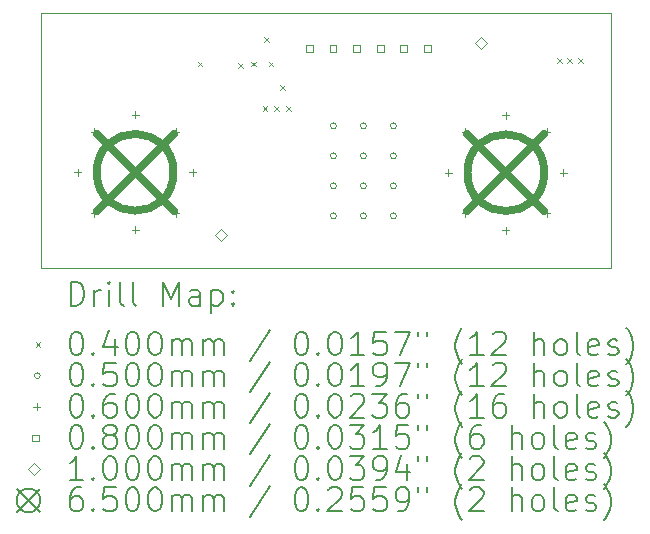
<source format=gbr>
%TF.GenerationSoftware,KiCad,Pcbnew,(6.0.8)*%
%TF.CreationDate,2023-11-01T20:00:20+01:00*%
%TF.ProjectId,BTS50005-1LUA_TestBoard,42545335-3030-4303-952d-314c55415f54,rev?*%
%TF.SameCoordinates,Original*%
%TF.FileFunction,Drillmap*%
%TF.FilePolarity,Positive*%
%FSLAX45Y45*%
G04 Gerber Fmt 4.5, Leading zero omitted, Abs format (unit mm)*
G04 Created by KiCad (PCBNEW (6.0.8)) date 2023-11-01 20:00:20*
%MOMM*%
%LPD*%
G01*
G04 APERTURE LIST*
%ADD10C,0.100000*%
%ADD11C,0.200000*%
%ADD12C,0.040000*%
%ADD13C,0.050000*%
%ADD14C,0.060000*%
%ADD15C,0.080000*%
%ADD16C,0.650000*%
G04 APERTURE END LIST*
D10*
X14478000Y-5080000D02*
X14478000Y-2921000D01*
X9652000Y-5080000D02*
X14478000Y-5080000D01*
X14478000Y-2921000D02*
X9652000Y-2921000D01*
X9652000Y-2921000D02*
X9652000Y-5080000D01*
D11*
D12*
X10980000Y-3330000D02*
X11020000Y-3370000D01*
X11020000Y-3330000D02*
X10980000Y-3370000D01*
X11320230Y-3345230D02*
X11360230Y-3385230D01*
X11360230Y-3345230D02*
X11320230Y-3385230D01*
X11430000Y-3330000D02*
X11470000Y-3370000D01*
X11470000Y-3330000D02*
X11430000Y-3370000D01*
X11530000Y-3705000D02*
X11570000Y-3745000D01*
X11570000Y-3705000D02*
X11530000Y-3745000D01*
X11540000Y-3120000D02*
X11580000Y-3160000D01*
X11580000Y-3120000D02*
X11540000Y-3160000D01*
X11580000Y-3330000D02*
X11620000Y-3370000D01*
X11620000Y-3330000D02*
X11580000Y-3370000D01*
X11630000Y-3705000D02*
X11670000Y-3745000D01*
X11670000Y-3705000D02*
X11630000Y-3745000D01*
X11680000Y-3530000D02*
X11720000Y-3570000D01*
X11720000Y-3530000D02*
X11680000Y-3570000D01*
X11730000Y-3705000D02*
X11770000Y-3745000D01*
X11770000Y-3705000D02*
X11730000Y-3745000D01*
X14020000Y-3300000D02*
X14060000Y-3340000D01*
X14060000Y-3300000D02*
X14020000Y-3340000D01*
X14110000Y-3300000D02*
X14150000Y-3340000D01*
X14150000Y-3300000D02*
X14110000Y-3340000D01*
X14200000Y-3300000D02*
X14240000Y-3340000D01*
X14240000Y-3300000D02*
X14200000Y-3340000D01*
D13*
X12153500Y-3873500D02*
G75*
G03*
X12153500Y-3873500I-25000J0D01*
G01*
X12153500Y-4127500D02*
G75*
G03*
X12153500Y-4127500I-25000J0D01*
G01*
X12153500Y-4381500D02*
G75*
G03*
X12153500Y-4381500I-25000J0D01*
G01*
X12153500Y-4635500D02*
G75*
G03*
X12153500Y-4635500I-25000J0D01*
G01*
X12407500Y-3873500D02*
G75*
G03*
X12407500Y-3873500I-25000J0D01*
G01*
X12407500Y-4127500D02*
G75*
G03*
X12407500Y-4127500I-25000J0D01*
G01*
X12407500Y-4381500D02*
G75*
G03*
X12407500Y-4381500I-25000J0D01*
G01*
X12407500Y-4635500D02*
G75*
G03*
X12407500Y-4635500I-25000J0D01*
G01*
X12661500Y-3873500D02*
G75*
G03*
X12661500Y-3873500I-25000J0D01*
G01*
X12661500Y-4127500D02*
G75*
G03*
X12661500Y-4127500I-25000J0D01*
G01*
X12661500Y-4381500D02*
G75*
G03*
X12661500Y-4381500I-25000J0D01*
G01*
X12661500Y-4635500D02*
G75*
G03*
X12661500Y-4635500I-25000J0D01*
G01*
D14*
X9962500Y-4237000D02*
X9962500Y-4297000D01*
X9932500Y-4267000D02*
X9992500Y-4267000D01*
X10105285Y-3892285D02*
X10105285Y-3952285D01*
X10075285Y-3922285D02*
X10135285Y-3922285D01*
X10105285Y-4581715D02*
X10105285Y-4641715D01*
X10075285Y-4611715D02*
X10135285Y-4611715D01*
X10450000Y-3749500D02*
X10450000Y-3809500D01*
X10420000Y-3779500D02*
X10480000Y-3779500D01*
X10450000Y-4724500D02*
X10450000Y-4784500D01*
X10420000Y-4754500D02*
X10480000Y-4754500D01*
X10794715Y-3892285D02*
X10794715Y-3952285D01*
X10764715Y-3922285D02*
X10824715Y-3922285D01*
X10794715Y-4581715D02*
X10794715Y-4641715D01*
X10764715Y-4611715D02*
X10824715Y-4611715D01*
X10937500Y-4237000D02*
X10937500Y-4297000D01*
X10907500Y-4267000D02*
X10967500Y-4267000D01*
X13101500Y-4240000D02*
X13101500Y-4300000D01*
X13071500Y-4270000D02*
X13131500Y-4270000D01*
X13244285Y-3895285D02*
X13244285Y-3955285D01*
X13214285Y-3925285D02*
X13274285Y-3925285D01*
X13244285Y-4584715D02*
X13244285Y-4644715D01*
X13214285Y-4614715D02*
X13274285Y-4614715D01*
X13589000Y-3752500D02*
X13589000Y-3812500D01*
X13559000Y-3782500D02*
X13619000Y-3782500D01*
X13589000Y-4727500D02*
X13589000Y-4787500D01*
X13559000Y-4757500D02*
X13619000Y-4757500D01*
X13933715Y-3895285D02*
X13933715Y-3955285D01*
X13903715Y-3925285D02*
X13963715Y-3925285D01*
X13933715Y-4584715D02*
X13933715Y-4644715D01*
X13903715Y-4614715D02*
X13963715Y-4614715D01*
X14076500Y-4240000D02*
X14076500Y-4300000D01*
X14046500Y-4270000D02*
X14106500Y-4270000D01*
D15*
X11953284Y-3245784D02*
X11953284Y-3189215D01*
X11896715Y-3189215D01*
X11896715Y-3245784D01*
X11953284Y-3245784D01*
X12153284Y-3245784D02*
X12153284Y-3189215D01*
X12096715Y-3189215D01*
X12096715Y-3245784D01*
X12153284Y-3245784D01*
X12353284Y-3245784D02*
X12353284Y-3189215D01*
X12296715Y-3189215D01*
X12296715Y-3245784D01*
X12353284Y-3245784D01*
X12553284Y-3245784D02*
X12553284Y-3189215D01*
X12496715Y-3189215D01*
X12496715Y-3245784D01*
X12553284Y-3245784D01*
X12753284Y-3245784D02*
X12753284Y-3189215D01*
X12696715Y-3189215D01*
X12696715Y-3245784D01*
X12753284Y-3245784D01*
X12953284Y-3245784D02*
X12953284Y-3189215D01*
X12896715Y-3189215D01*
X12896715Y-3245784D01*
X12953284Y-3245784D01*
D10*
X11175000Y-4850000D02*
X11225000Y-4800000D01*
X11175000Y-4750000D01*
X11125000Y-4800000D01*
X11175000Y-4850000D01*
X13380000Y-3220000D02*
X13430000Y-3170000D01*
X13380000Y-3120000D01*
X13330000Y-3170000D01*
X13380000Y-3220000D01*
D16*
X10125000Y-3942000D02*
X10775000Y-4592000D01*
X10775000Y-3942000D02*
X10125000Y-4592000D01*
X10775000Y-4267000D02*
G75*
G03*
X10775000Y-4267000I-325000J0D01*
G01*
X13264000Y-3945000D02*
X13914000Y-4595000D01*
X13914000Y-3945000D02*
X13264000Y-4595000D01*
X13914000Y-4270000D02*
G75*
G03*
X13914000Y-4270000I-325000J0D01*
G01*
D11*
X9904619Y-5395476D02*
X9904619Y-5195476D01*
X9952238Y-5195476D01*
X9980810Y-5205000D01*
X9999857Y-5224048D01*
X10009381Y-5243095D01*
X10018905Y-5281190D01*
X10018905Y-5309762D01*
X10009381Y-5347857D01*
X9999857Y-5366905D01*
X9980810Y-5385952D01*
X9952238Y-5395476D01*
X9904619Y-5395476D01*
X10104619Y-5395476D02*
X10104619Y-5262143D01*
X10104619Y-5300238D02*
X10114143Y-5281190D01*
X10123667Y-5271667D01*
X10142714Y-5262143D01*
X10161762Y-5262143D01*
X10228429Y-5395476D02*
X10228429Y-5262143D01*
X10228429Y-5195476D02*
X10218905Y-5205000D01*
X10228429Y-5214524D01*
X10237952Y-5205000D01*
X10228429Y-5195476D01*
X10228429Y-5214524D01*
X10352238Y-5395476D02*
X10333190Y-5385952D01*
X10323667Y-5366905D01*
X10323667Y-5195476D01*
X10457000Y-5395476D02*
X10437952Y-5385952D01*
X10428429Y-5366905D01*
X10428429Y-5195476D01*
X10685571Y-5395476D02*
X10685571Y-5195476D01*
X10752238Y-5338333D01*
X10818905Y-5195476D01*
X10818905Y-5395476D01*
X10999857Y-5395476D02*
X10999857Y-5290714D01*
X10990333Y-5271667D01*
X10971286Y-5262143D01*
X10933190Y-5262143D01*
X10914143Y-5271667D01*
X10999857Y-5385952D02*
X10980810Y-5395476D01*
X10933190Y-5395476D01*
X10914143Y-5385952D01*
X10904619Y-5366905D01*
X10904619Y-5347857D01*
X10914143Y-5328810D01*
X10933190Y-5319286D01*
X10980810Y-5319286D01*
X10999857Y-5309762D01*
X11095095Y-5262143D02*
X11095095Y-5462143D01*
X11095095Y-5271667D02*
X11114143Y-5262143D01*
X11152238Y-5262143D01*
X11171286Y-5271667D01*
X11180810Y-5281190D01*
X11190333Y-5300238D01*
X11190333Y-5357381D01*
X11180810Y-5376429D01*
X11171286Y-5385952D01*
X11152238Y-5395476D01*
X11114143Y-5395476D01*
X11095095Y-5385952D01*
X11276048Y-5376429D02*
X11285571Y-5385952D01*
X11276048Y-5395476D01*
X11266524Y-5385952D01*
X11276048Y-5376429D01*
X11276048Y-5395476D01*
X11276048Y-5271667D02*
X11285571Y-5281190D01*
X11276048Y-5290714D01*
X11266524Y-5281190D01*
X11276048Y-5271667D01*
X11276048Y-5290714D01*
D12*
X9607000Y-5705000D02*
X9647000Y-5745000D01*
X9647000Y-5705000D02*
X9607000Y-5745000D01*
D11*
X9942714Y-5615476D02*
X9961762Y-5615476D01*
X9980810Y-5625000D01*
X9990333Y-5634524D01*
X9999857Y-5653571D01*
X10009381Y-5691667D01*
X10009381Y-5739286D01*
X9999857Y-5777381D01*
X9990333Y-5796428D01*
X9980810Y-5805952D01*
X9961762Y-5815476D01*
X9942714Y-5815476D01*
X9923667Y-5805952D01*
X9914143Y-5796428D01*
X9904619Y-5777381D01*
X9895095Y-5739286D01*
X9895095Y-5691667D01*
X9904619Y-5653571D01*
X9914143Y-5634524D01*
X9923667Y-5625000D01*
X9942714Y-5615476D01*
X10095095Y-5796428D02*
X10104619Y-5805952D01*
X10095095Y-5815476D01*
X10085571Y-5805952D01*
X10095095Y-5796428D01*
X10095095Y-5815476D01*
X10276048Y-5682143D02*
X10276048Y-5815476D01*
X10228429Y-5605952D02*
X10180810Y-5748809D01*
X10304619Y-5748809D01*
X10418905Y-5615476D02*
X10437952Y-5615476D01*
X10457000Y-5625000D01*
X10466524Y-5634524D01*
X10476048Y-5653571D01*
X10485571Y-5691667D01*
X10485571Y-5739286D01*
X10476048Y-5777381D01*
X10466524Y-5796428D01*
X10457000Y-5805952D01*
X10437952Y-5815476D01*
X10418905Y-5815476D01*
X10399857Y-5805952D01*
X10390333Y-5796428D01*
X10380810Y-5777381D01*
X10371286Y-5739286D01*
X10371286Y-5691667D01*
X10380810Y-5653571D01*
X10390333Y-5634524D01*
X10399857Y-5625000D01*
X10418905Y-5615476D01*
X10609381Y-5615476D02*
X10628429Y-5615476D01*
X10647476Y-5625000D01*
X10657000Y-5634524D01*
X10666524Y-5653571D01*
X10676048Y-5691667D01*
X10676048Y-5739286D01*
X10666524Y-5777381D01*
X10657000Y-5796428D01*
X10647476Y-5805952D01*
X10628429Y-5815476D01*
X10609381Y-5815476D01*
X10590333Y-5805952D01*
X10580810Y-5796428D01*
X10571286Y-5777381D01*
X10561762Y-5739286D01*
X10561762Y-5691667D01*
X10571286Y-5653571D01*
X10580810Y-5634524D01*
X10590333Y-5625000D01*
X10609381Y-5615476D01*
X10761762Y-5815476D02*
X10761762Y-5682143D01*
X10761762Y-5701190D02*
X10771286Y-5691667D01*
X10790333Y-5682143D01*
X10818905Y-5682143D01*
X10837952Y-5691667D01*
X10847476Y-5710714D01*
X10847476Y-5815476D01*
X10847476Y-5710714D02*
X10857000Y-5691667D01*
X10876048Y-5682143D01*
X10904619Y-5682143D01*
X10923667Y-5691667D01*
X10933190Y-5710714D01*
X10933190Y-5815476D01*
X11028429Y-5815476D02*
X11028429Y-5682143D01*
X11028429Y-5701190D02*
X11037952Y-5691667D01*
X11057000Y-5682143D01*
X11085571Y-5682143D01*
X11104619Y-5691667D01*
X11114143Y-5710714D01*
X11114143Y-5815476D01*
X11114143Y-5710714D02*
X11123667Y-5691667D01*
X11142714Y-5682143D01*
X11171286Y-5682143D01*
X11190333Y-5691667D01*
X11199857Y-5710714D01*
X11199857Y-5815476D01*
X11590333Y-5605952D02*
X11418905Y-5863095D01*
X11847476Y-5615476D02*
X11866524Y-5615476D01*
X11885571Y-5625000D01*
X11895095Y-5634524D01*
X11904619Y-5653571D01*
X11914143Y-5691667D01*
X11914143Y-5739286D01*
X11904619Y-5777381D01*
X11895095Y-5796428D01*
X11885571Y-5805952D01*
X11866524Y-5815476D01*
X11847476Y-5815476D01*
X11828428Y-5805952D01*
X11818905Y-5796428D01*
X11809381Y-5777381D01*
X11799857Y-5739286D01*
X11799857Y-5691667D01*
X11809381Y-5653571D01*
X11818905Y-5634524D01*
X11828428Y-5625000D01*
X11847476Y-5615476D01*
X11999857Y-5796428D02*
X12009381Y-5805952D01*
X11999857Y-5815476D01*
X11990333Y-5805952D01*
X11999857Y-5796428D01*
X11999857Y-5815476D01*
X12133190Y-5615476D02*
X12152238Y-5615476D01*
X12171286Y-5625000D01*
X12180809Y-5634524D01*
X12190333Y-5653571D01*
X12199857Y-5691667D01*
X12199857Y-5739286D01*
X12190333Y-5777381D01*
X12180809Y-5796428D01*
X12171286Y-5805952D01*
X12152238Y-5815476D01*
X12133190Y-5815476D01*
X12114143Y-5805952D01*
X12104619Y-5796428D01*
X12095095Y-5777381D01*
X12085571Y-5739286D01*
X12085571Y-5691667D01*
X12095095Y-5653571D01*
X12104619Y-5634524D01*
X12114143Y-5625000D01*
X12133190Y-5615476D01*
X12390333Y-5815476D02*
X12276048Y-5815476D01*
X12333190Y-5815476D02*
X12333190Y-5615476D01*
X12314143Y-5644048D01*
X12295095Y-5663095D01*
X12276048Y-5672619D01*
X12571286Y-5615476D02*
X12476048Y-5615476D01*
X12466524Y-5710714D01*
X12476048Y-5701190D01*
X12495095Y-5691667D01*
X12542714Y-5691667D01*
X12561762Y-5701190D01*
X12571286Y-5710714D01*
X12580809Y-5729762D01*
X12580809Y-5777381D01*
X12571286Y-5796428D01*
X12561762Y-5805952D01*
X12542714Y-5815476D01*
X12495095Y-5815476D01*
X12476048Y-5805952D01*
X12466524Y-5796428D01*
X12647476Y-5615476D02*
X12780809Y-5615476D01*
X12695095Y-5815476D01*
X12847476Y-5615476D02*
X12847476Y-5653571D01*
X12923667Y-5615476D02*
X12923667Y-5653571D01*
X13218905Y-5891667D02*
X13209381Y-5882143D01*
X13190333Y-5853571D01*
X13180809Y-5834524D01*
X13171286Y-5805952D01*
X13161762Y-5758333D01*
X13161762Y-5720238D01*
X13171286Y-5672619D01*
X13180809Y-5644048D01*
X13190333Y-5625000D01*
X13209381Y-5596428D01*
X13218905Y-5586905D01*
X13399857Y-5815476D02*
X13285571Y-5815476D01*
X13342714Y-5815476D02*
X13342714Y-5615476D01*
X13323667Y-5644048D01*
X13304619Y-5663095D01*
X13285571Y-5672619D01*
X13476048Y-5634524D02*
X13485571Y-5625000D01*
X13504619Y-5615476D01*
X13552238Y-5615476D01*
X13571286Y-5625000D01*
X13580809Y-5634524D01*
X13590333Y-5653571D01*
X13590333Y-5672619D01*
X13580809Y-5701190D01*
X13466524Y-5815476D01*
X13590333Y-5815476D01*
X13828428Y-5815476D02*
X13828428Y-5615476D01*
X13914143Y-5815476D02*
X13914143Y-5710714D01*
X13904619Y-5691667D01*
X13885571Y-5682143D01*
X13857000Y-5682143D01*
X13837952Y-5691667D01*
X13828428Y-5701190D01*
X14037952Y-5815476D02*
X14018905Y-5805952D01*
X14009381Y-5796428D01*
X13999857Y-5777381D01*
X13999857Y-5720238D01*
X14009381Y-5701190D01*
X14018905Y-5691667D01*
X14037952Y-5682143D01*
X14066524Y-5682143D01*
X14085571Y-5691667D01*
X14095095Y-5701190D01*
X14104619Y-5720238D01*
X14104619Y-5777381D01*
X14095095Y-5796428D01*
X14085571Y-5805952D01*
X14066524Y-5815476D01*
X14037952Y-5815476D01*
X14218905Y-5815476D02*
X14199857Y-5805952D01*
X14190333Y-5786905D01*
X14190333Y-5615476D01*
X14371286Y-5805952D02*
X14352238Y-5815476D01*
X14314143Y-5815476D01*
X14295095Y-5805952D01*
X14285571Y-5786905D01*
X14285571Y-5710714D01*
X14295095Y-5691667D01*
X14314143Y-5682143D01*
X14352238Y-5682143D01*
X14371286Y-5691667D01*
X14380809Y-5710714D01*
X14380809Y-5729762D01*
X14285571Y-5748809D01*
X14457000Y-5805952D02*
X14476048Y-5815476D01*
X14514143Y-5815476D01*
X14533190Y-5805952D01*
X14542714Y-5786905D01*
X14542714Y-5777381D01*
X14533190Y-5758333D01*
X14514143Y-5748809D01*
X14485571Y-5748809D01*
X14466524Y-5739286D01*
X14457000Y-5720238D01*
X14457000Y-5710714D01*
X14466524Y-5691667D01*
X14485571Y-5682143D01*
X14514143Y-5682143D01*
X14533190Y-5691667D01*
X14609381Y-5891667D02*
X14618905Y-5882143D01*
X14637952Y-5853571D01*
X14647476Y-5834524D01*
X14657000Y-5805952D01*
X14666524Y-5758333D01*
X14666524Y-5720238D01*
X14657000Y-5672619D01*
X14647476Y-5644048D01*
X14637952Y-5625000D01*
X14618905Y-5596428D01*
X14609381Y-5586905D01*
D13*
X9647000Y-5989000D02*
G75*
G03*
X9647000Y-5989000I-25000J0D01*
G01*
D11*
X9942714Y-5879476D02*
X9961762Y-5879476D01*
X9980810Y-5889000D01*
X9990333Y-5898524D01*
X9999857Y-5917571D01*
X10009381Y-5955667D01*
X10009381Y-6003286D01*
X9999857Y-6041381D01*
X9990333Y-6060428D01*
X9980810Y-6069952D01*
X9961762Y-6079476D01*
X9942714Y-6079476D01*
X9923667Y-6069952D01*
X9914143Y-6060428D01*
X9904619Y-6041381D01*
X9895095Y-6003286D01*
X9895095Y-5955667D01*
X9904619Y-5917571D01*
X9914143Y-5898524D01*
X9923667Y-5889000D01*
X9942714Y-5879476D01*
X10095095Y-6060428D02*
X10104619Y-6069952D01*
X10095095Y-6079476D01*
X10085571Y-6069952D01*
X10095095Y-6060428D01*
X10095095Y-6079476D01*
X10285571Y-5879476D02*
X10190333Y-5879476D01*
X10180810Y-5974714D01*
X10190333Y-5965190D01*
X10209381Y-5955667D01*
X10257000Y-5955667D01*
X10276048Y-5965190D01*
X10285571Y-5974714D01*
X10295095Y-5993762D01*
X10295095Y-6041381D01*
X10285571Y-6060428D01*
X10276048Y-6069952D01*
X10257000Y-6079476D01*
X10209381Y-6079476D01*
X10190333Y-6069952D01*
X10180810Y-6060428D01*
X10418905Y-5879476D02*
X10437952Y-5879476D01*
X10457000Y-5889000D01*
X10466524Y-5898524D01*
X10476048Y-5917571D01*
X10485571Y-5955667D01*
X10485571Y-6003286D01*
X10476048Y-6041381D01*
X10466524Y-6060428D01*
X10457000Y-6069952D01*
X10437952Y-6079476D01*
X10418905Y-6079476D01*
X10399857Y-6069952D01*
X10390333Y-6060428D01*
X10380810Y-6041381D01*
X10371286Y-6003286D01*
X10371286Y-5955667D01*
X10380810Y-5917571D01*
X10390333Y-5898524D01*
X10399857Y-5889000D01*
X10418905Y-5879476D01*
X10609381Y-5879476D02*
X10628429Y-5879476D01*
X10647476Y-5889000D01*
X10657000Y-5898524D01*
X10666524Y-5917571D01*
X10676048Y-5955667D01*
X10676048Y-6003286D01*
X10666524Y-6041381D01*
X10657000Y-6060428D01*
X10647476Y-6069952D01*
X10628429Y-6079476D01*
X10609381Y-6079476D01*
X10590333Y-6069952D01*
X10580810Y-6060428D01*
X10571286Y-6041381D01*
X10561762Y-6003286D01*
X10561762Y-5955667D01*
X10571286Y-5917571D01*
X10580810Y-5898524D01*
X10590333Y-5889000D01*
X10609381Y-5879476D01*
X10761762Y-6079476D02*
X10761762Y-5946143D01*
X10761762Y-5965190D02*
X10771286Y-5955667D01*
X10790333Y-5946143D01*
X10818905Y-5946143D01*
X10837952Y-5955667D01*
X10847476Y-5974714D01*
X10847476Y-6079476D01*
X10847476Y-5974714D02*
X10857000Y-5955667D01*
X10876048Y-5946143D01*
X10904619Y-5946143D01*
X10923667Y-5955667D01*
X10933190Y-5974714D01*
X10933190Y-6079476D01*
X11028429Y-6079476D02*
X11028429Y-5946143D01*
X11028429Y-5965190D02*
X11037952Y-5955667D01*
X11057000Y-5946143D01*
X11085571Y-5946143D01*
X11104619Y-5955667D01*
X11114143Y-5974714D01*
X11114143Y-6079476D01*
X11114143Y-5974714D02*
X11123667Y-5955667D01*
X11142714Y-5946143D01*
X11171286Y-5946143D01*
X11190333Y-5955667D01*
X11199857Y-5974714D01*
X11199857Y-6079476D01*
X11590333Y-5869952D02*
X11418905Y-6127095D01*
X11847476Y-5879476D02*
X11866524Y-5879476D01*
X11885571Y-5889000D01*
X11895095Y-5898524D01*
X11904619Y-5917571D01*
X11914143Y-5955667D01*
X11914143Y-6003286D01*
X11904619Y-6041381D01*
X11895095Y-6060428D01*
X11885571Y-6069952D01*
X11866524Y-6079476D01*
X11847476Y-6079476D01*
X11828428Y-6069952D01*
X11818905Y-6060428D01*
X11809381Y-6041381D01*
X11799857Y-6003286D01*
X11799857Y-5955667D01*
X11809381Y-5917571D01*
X11818905Y-5898524D01*
X11828428Y-5889000D01*
X11847476Y-5879476D01*
X11999857Y-6060428D02*
X12009381Y-6069952D01*
X11999857Y-6079476D01*
X11990333Y-6069952D01*
X11999857Y-6060428D01*
X11999857Y-6079476D01*
X12133190Y-5879476D02*
X12152238Y-5879476D01*
X12171286Y-5889000D01*
X12180809Y-5898524D01*
X12190333Y-5917571D01*
X12199857Y-5955667D01*
X12199857Y-6003286D01*
X12190333Y-6041381D01*
X12180809Y-6060428D01*
X12171286Y-6069952D01*
X12152238Y-6079476D01*
X12133190Y-6079476D01*
X12114143Y-6069952D01*
X12104619Y-6060428D01*
X12095095Y-6041381D01*
X12085571Y-6003286D01*
X12085571Y-5955667D01*
X12095095Y-5917571D01*
X12104619Y-5898524D01*
X12114143Y-5889000D01*
X12133190Y-5879476D01*
X12390333Y-6079476D02*
X12276048Y-6079476D01*
X12333190Y-6079476D02*
X12333190Y-5879476D01*
X12314143Y-5908048D01*
X12295095Y-5927095D01*
X12276048Y-5936619D01*
X12485571Y-6079476D02*
X12523667Y-6079476D01*
X12542714Y-6069952D01*
X12552238Y-6060428D01*
X12571286Y-6031857D01*
X12580809Y-5993762D01*
X12580809Y-5917571D01*
X12571286Y-5898524D01*
X12561762Y-5889000D01*
X12542714Y-5879476D01*
X12504619Y-5879476D01*
X12485571Y-5889000D01*
X12476048Y-5898524D01*
X12466524Y-5917571D01*
X12466524Y-5965190D01*
X12476048Y-5984238D01*
X12485571Y-5993762D01*
X12504619Y-6003286D01*
X12542714Y-6003286D01*
X12561762Y-5993762D01*
X12571286Y-5984238D01*
X12580809Y-5965190D01*
X12647476Y-5879476D02*
X12780809Y-5879476D01*
X12695095Y-6079476D01*
X12847476Y-5879476D02*
X12847476Y-5917571D01*
X12923667Y-5879476D02*
X12923667Y-5917571D01*
X13218905Y-6155667D02*
X13209381Y-6146143D01*
X13190333Y-6117571D01*
X13180809Y-6098524D01*
X13171286Y-6069952D01*
X13161762Y-6022333D01*
X13161762Y-5984238D01*
X13171286Y-5936619D01*
X13180809Y-5908048D01*
X13190333Y-5889000D01*
X13209381Y-5860428D01*
X13218905Y-5850905D01*
X13399857Y-6079476D02*
X13285571Y-6079476D01*
X13342714Y-6079476D02*
X13342714Y-5879476D01*
X13323667Y-5908048D01*
X13304619Y-5927095D01*
X13285571Y-5936619D01*
X13476048Y-5898524D02*
X13485571Y-5889000D01*
X13504619Y-5879476D01*
X13552238Y-5879476D01*
X13571286Y-5889000D01*
X13580809Y-5898524D01*
X13590333Y-5917571D01*
X13590333Y-5936619D01*
X13580809Y-5965190D01*
X13466524Y-6079476D01*
X13590333Y-6079476D01*
X13828428Y-6079476D02*
X13828428Y-5879476D01*
X13914143Y-6079476D02*
X13914143Y-5974714D01*
X13904619Y-5955667D01*
X13885571Y-5946143D01*
X13857000Y-5946143D01*
X13837952Y-5955667D01*
X13828428Y-5965190D01*
X14037952Y-6079476D02*
X14018905Y-6069952D01*
X14009381Y-6060428D01*
X13999857Y-6041381D01*
X13999857Y-5984238D01*
X14009381Y-5965190D01*
X14018905Y-5955667D01*
X14037952Y-5946143D01*
X14066524Y-5946143D01*
X14085571Y-5955667D01*
X14095095Y-5965190D01*
X14104619Y-5984238D01*
X14104619Y-6041381D01*
X14095095Y-6060428D01*
X14085571Y-6069952D01*
X14066524Y-6079476D01*
X14037952Y-6079476D01*
X14218905Y-6079476D02*
X14199857Y-6069952D01*
X14190333Y-6050905D01*
X14190333Y-5879476D01*
X14371286Y-6069952D02*
X14352238Y-6079476D01*
X14314143Y-6079476D01*
X14295095Y-6069952D01*
X14285571Y-6050905D01*
X14285571Y-5974714D01*
X14295095Y-5955667D01*
X14314143Y-5946143D01*
X14352238Y-5946143D01*
X14371286Y-5955667D01*
X14380809Y-5974714D01*
X14380809Y-5993762D01*
X14285571Y-6012809D01*
X14457000Y-6069952D02*
X14476048Y-6079476D01*
X14514143Y-6079476D01*
X14533190Y-6069952D01*
X14542714Y-6050905D01*
X14542714Y-6041381D01*
X14533190Y-6022333D01*
X14514143Y-6012809D01*
X14485571Y-6012809D01*
X14466524Y-6003286D01*
X14457000Y-5984238D01*
X14457000Y-5974714D01*
X14466524Y-5955667D01*
X14485571Y-5946143D01*
X14514143Y-5946143D01*
X14533190Y-5955667D01*
X14609381Y-6155667D02*
X14618905Y-6146143D01*
X14637952Y-6117571D01*
X14647476Y-6098524D01*
X14657000Y-6069952D01*
X14666524Y-6022333D01*
X14666524Y-5984238D01*
X14657000Y-5936619D01*
X14647476Y-5908048D01*
X14637952Y-5889000D01*
X14618905Y-5860428D01*
X14609381Y-5850905D01*
D14*
X9617000Y-6223000D02*
X9617000Y-6283000D01*
X9587000Y-6253000D02*
X9647000Y-6253000D01*
D11*
X9942714Y-6143476D02*
X9961762Y-6143476D01*
X9980810Y-6153000D01*
X9990333Y-6162524D01*
X9999857Y-6181571D01*
X10009381Y-6219667D01*
X10009381Y-6267286D01*
X9999857Y-6305381D01*
X9990333Y-6324428D01*
X9980810Y-6333952D01*
X9961762Y-6343476D01*
X9942714Y-6343476D01*
X9923667Y-6333952D01*
X9914143Y-6324428D01*
X9904619Y-6305381D01*
X9895095Y-6267286D01*
X9895095Y-6219667D01*
X9904619Y-6181571D01*
X9914143Y-6162524D01*
X9923667Y-6153000D01*
X9942714Y-6143476D01*
X10095095Y-6324428D02*
X10104619Y-6333952D01*
X10095095Y-6343476D01*
X10085571Y-6333952D01*
X10095095Y-6324428D01*
X10095095Y-6343476D01*
X10276048Y-6143476D02*
X10237952Y-6143476D01*
X10218905Y-6153000D01*
X10209381Y-6162524D01*
X10190333Y-6191095D01*
X10180810Y-6229190D01*
X10180810Y-6305381D01*
X10190333Y-6324428D01*
X10199857Y-6333952D01*
X10218905Y-6343476D01*
X10257000Y-6343476D01*
X10276048Y-6333952D01*
X10285571Y-6324428D01*
X10295095Y-6305381D01*
X10295095Y-6257762D01*
X10285571Y-6238714D01*
X10276048Y-6229190D01*
X10257000Y-6219667D01*
X10218905Y-6219667D01*
X10199857Y-6229190D01*
X10190333Y-6238714D01*
X10180810Y-6257762D01*
X10418905Y-6143476D02*
X10437952Y-6143476D01*
X10457000Y-6153000D01*
X10466524Y-6162524D01*
X10476048Y-6181571D01*
X10485571Y-6219667D01*
X10485571Y-6267286D01*
X10476048Y-6305381D01*
X10466524Y-6324428D01*
X10457000Y-6333952D01*
X10437952Y-6343476D01*
X10418905Y-6343476D01*
X10399857Y-6333952D01*
X10390333Y-6324428D01*
X10380810Y-6305381D01*
X10371286Y-6267286D01*
X10371286Y-6219667D01*
X10380810Y-6181571D01*
X10390333Y-6162524D01*
X10399857Y-6153000D01*
X10418905Y-6143476D01*
X10609381Y-6143476D02*
X10628429Y-6143476D01*
X10647476Y-6153000D01*
X10657000Y-6162524D01*
X10666524Y-6181571D01*
X10676048Y-6219667D01*
X10676048Y-6267286D01*
X10666524Y-6305381D01*
X10657000Y-6324428D01*
X10647476Y-6333952D01*
X10628429Y-6343476D01*
X10609381Y-6343476D01*
X10590333Y-6333952D01*
X10580810Y-6324428D01*
X10571286Y-6305381D01*
X10561762Y-6267286D01*
X10561762Y-6219667D01*
X10571286Y-6181571D01*
X10580810Y-6162524D01*
X10590333Y-6153000D01*
X10609381Y-6143476D01*
X10761762Y-6343476D02*
X10761762Y-6210143D01*
X10761762Y-6229190D02*
X10771286Y-6219667D01*
X10790333Y-6210143D01*
X10818905Y-6210143D01*
X10837952Y-6219667D01*
X10847476Y-6238714D01*
X10847476Y-6343476D01*
X10847476Y-6238714D02*
X10857000Y-6219667D01*
X10876048Y-6210143D01*
X10904619Y-6210143D01*
X10923667Y-6219667D01*
X10933190Y-6238714D01*
X10933190Y-6343476D01*
X11028429Y-6343476D02*
X11028429Y-6210143D01*
X11028429Y-6229190D02*
X11037952Y-6219667D01*
X11057000Y-6210143D01*
X11085571Y-6210143D01*
X11104619Y-6219667D01*
X11114143Y-6238714D01*
X11114143Y-6343476D01*
X11114143Y-6238714D02*
X11123667Y-6219667D01*
X11142714Y-6210143D01*
X11171286Y-6210143D01*
X11190333Y-6219667D01*
X11199857Y-6238714D01*
X11199857Y-6343476D01*
X11590333Y-6133952D02*
X11418905Y-6391095D01*
X11847476Y-6143476D02*
X11866524Y-6143476D01*
X11885571Y-6153000D01*
X11895095Y-6162524D01*
X11904619Y-6181571D01*
X11914143Y-6219667D01*
X11914143Y-6267286D01*
X11904619Y-6305381D01*
X11895095Y-6324428D01*
X11885571Y-6333952D01*
X11866524Y-6343476D01*
X11847476Y-6343476D01*
X11828428Y-6333952D01*
X11818905Y-6324428D01*
X11809381Y-6305381D01*
X11799857Y-6267286D01*
X11799857Y-6219667D01*
X11809381Y-6181571D01*
X11818905Y-6162524D01*
X11828428Y-6153000D01*
X11847476Y-6143476D01*
X11999857Y-6324428D02*
X12009381Y-6333952D01*
X11999857Y-6343476D01*
X11990333Y-6333952D01*
X11999857Y-6324428D01*
X11999857Y-6343476D01*
X12133190Y-6143476D02*
X12152238Y-6143476D01*
X12171286Y-6153000D01*
X12180809Y-6162524D01*
X12190333Y-6181571D01*
X12199857Y-6219667D01*
X12199857Y-6267286D01*
X12190333Y-6305381D01*
X12180809Y-6324428D01*
X12171286Y-6333952D01*
X12152238Y-6343476D01*
X12133190Y-6343476D01*
X12114143Y-6333952D01*
X12104619Y-6324428D01*
X12095095Y-6305381D01*
X12085571Y-6267286D01*
X12085571Y-6219667D01*
X12095095Y-6181571D01*
X12104619Y-6162524D01*
X12114143Y-6153000D01*
X12133190Y-6143476D01*
X12276048Y-6162524D02*
X12285571Y-6153000D01*
X12304619Y-6143476D01*
X12352238Y-6143476D01*
X12371286Y-6153000D01*
X12380809Y-6162524D01*
X12390333Y-6181571D01*
X12390333Y-6200619D01*
X12380809Y-6229190D01*
X12266524Y-6343476D01*
X12390333Y-6343476D01*
X12457000Y-6143476D02*
X12580809Y-6143476D01*
X12514143Y-6219667D01*
X12542714Y-6219667D01*
X12561762Y-6229190D01*
X12571286Y-6238714D01*
X12580809Y-6257762D01*
X12580809Y-6305381D01*
X12571286Y-6324428D01*
X12561762Y-6333952D01*
X12542714Y-6343476D01*
X12485571Y-6343476D01*
X12466524Y-6333952D01*
X12457000Y-6324428D01*
X12752238Y-6143476D02*
X12714143Y-6143476D01*
X12695095Y-6153000D01*
X12685571Y-6162524D01*
X12666524Y-6191095D01*
X12657000Y-6229190D01*
X12657000Y-6305381D01*
X12666524Y-6324428D01*
X12676048Y-6333952D01*
X12695095Y-6343476D01*
X12733190Y-6343476D01*
X12752238Y-6333952D01*
X12761762Y-6324428D01*
X12771286Y-6305381D01*
X12771286Y-6257762D01*
X12761762Y-6238714D01*
X12752238Y-6229190D01*
X12733190Y-6219667D01*
X12695095Y-6219667D01*
X12676048Y-6229190D01*
X12666524Y-6238714D01*
X12657000Y-6257762D01*
X12847476Y-6143476D02*
X12847476Y-6181571D01*
X12923667Y-6143476D02*
X12923667Y-6181571D01*
X13218905Y-6419667D02*
X13209381Y-6410143D01*
X13190333Y-6381571D01*
X13180809Y-6362524D01*
X13171286Y-6333952D01*
X13161762Y-6286333D01*
X13161762Y-6248238D01*
X13171286Y-6200619D01*
X13180809Y-6172048D01*
X13190333Y-6153000D01*
X13209381Y-6124428D01*
X13218905Y-6114905D01*
X13399857Y-6343476D02*
X13285571Y-6343476D01*
X13342714Y-6343476D02*
X13342714Y-6143476D01*
X13323667Y-6172048D01*
X13304619Y-6191095D01*
X13285571Y-6200619D01*
X13571286Y-6143476D02*
X13533190Y-6143476D01*
X13514143Y-6153000D01*
X13504619Y-6162524D01*
X13485571Y-6191095D01*
X13476048Y-6229190D01*
X13476048Y-6305381D01*
X13485571Y-6324428D01*
X13495095Y-6333952D01*
X13514143Y-6343476D01*
X13552238Y-6343476D01*
X13571286Y-6333952D01*
X13580809Y-6324428D01*
X13590333Y-6305381D01*
X13590333Y-6257762D01*
X13580809Y-6238714D01*
X13571286Y-6229190D01*
X13552238Y-6219667D01*
X13514143Y-6219667D01*
X13495095Y-6229190D01*
X13485571Y-6238714D01*
X13476048Y-6257762D01*
X13828428Y-6343476D02*
X13828428Y-6143476D01*
X13914143Y-6343476D02*
X13914143Y-6238714D01*
X13904619Y-6219667D01*
X13885571Y-6210143D01*
X13857000Y-6210143D01*
X13837952Y-6219667D01*
X13828428Y-6229190D01*
X14037952Y-6343476D02*
X14018905Y-6333952D01*
X14009381Y-6324428D01*
X13999857Y-6305381D01*
X13999857Y-6248238D01*
X14009381Y-6229190D01*
X14018905Y-6219667D01*
X14037952Y-6210143D01*
X14066524Y-6210143D01*
X14085571Y-6219667D01*
X14095095Y-6229190D01*
X14104619Y-6248238D01*
X14104619Y-6305381D01*
X14095095Y-6324428D01*
X14085571Y-6333952D01*
X14066524Y-6343476D01*
X14037952Y-6343476D01*
X14218905Y-6343476D02*
X14199857Y-6333952D01*
X14190333Y-6314905D01*
X14190333Y-6143476D01*
X14371286Y-6333952D02*
X14352238Y-6343476D01*
X14314143Y-6343476D01*
X14295095Y-6333952D01*
X14285571Y-6314905D01*
X14285571Y-6238714D01*
X14295095Y-6219667D01*
X14314143Y-6210143D01*
X14352238Y-6210143D01*
X14371286Y-6219667D01*
X14380809Y-6238714D01*
X14380809Y-6257762D01*
X14285571Y-6276809D01*
X14457000Y-6333952D02*
X14476048Y-6343476D01*
X14514143Y-6343476D01*
X14533190Y-6333952D01*
X14542714Y-6314905D01*
X14542714Y-6305381D01*
X14533190Y-6286333D01*
X14514143Y-6276809D01*
X14485571Y-6276809D01*
X14466524Y-6267286D01*
X14457000Y-6248238D01*
X14457000Y-6238714D01*
X14466524Y-6219667D01*
X14485571Y-6210143D01*
X14514143Y-6210143D01*
X14533190Y-6219667D01*
X14609381Y-6419667D02*
X14618905Y-6410143D01*
X14637952Y-6381571D01*
X14647476Y-6362524D01*
X14657000Y-6333952D01*
X14666524Y-6286333D01*
X14666524Y-6248238D01*
X14657000Y-6200619D01*
X14647476Y-6172048D01*
X14637952Y-6153000D01*
X14618905Y-6124428D01*
X14609381Y-6114905D01*
D15*
X9635285Y-6545284D02*
X9635285Y-6488715D01*
X9578716Y-6488715D01*
X9578716Y-6545284D01*
X9635285Y-6545284D01*
D11*
X9942714Y-6407476D02*
X9961762Y-6407476D01*
X9980810Y-6417000D01*
X9990333Y-6426524D01*
X9999857Y-6445571D01*
X10009381Y-6483667D01*
X10009381Y-6531286D01*
X9999857Y-6569381D01*
X9990333Y-6588428D01*
X9980810Y-6597952D01*
X9961762Y-6607476D01*
X9942714Y-6607476D01*
X9923667Y-6597952D01*
X9914143Y-6588428D01*
X9904619Y-6569381D01*
X9895095Y-6531286D01*
X9895095Y-6483667D01*
X9904619Y-6445571D01*
X9914143Y-6426524D01*
X9923667Y-6417000D01*
X9942714Y-6407476D01*
X10095095Y-6588428D02*
X10104619Y-6597952D01*
X10095095Y-6607476D01*
X10085571Y-6597952D01*
X10095095Y-6588428D01*
X10095095Y-6607476D01*
X10218905Y-6493190D02*
X10199857Y-6483667D01*
X10190333Y-6474143D01*
X10180810Y-6455095D01*
X10180810Y-6445571D01*
X10190333Y-6426524D01*
X10199857Y-6417000D01*
X10218905Y-6407476D01*
X10257000Y-6407476D01*
X10276048Y-6417000D01*
X10285571Y-6426524D01*
X10295095Y-6445571D01*
X10295095Y-6455095D01*
X10285571Y-6474143D01*
X10276048Y-6483667D01*
X10257000Y-6493190D01*
X10218905Y-6493190D01*
X10199857Y-6502714D01*
X10190333Y-6512238D01*
X10180810Y-6531286D01*
X10180810Y-6569381D01*
X10190333Y-6588428D01*
X10199857Y-6597952D01*
X10218905Y-6607476D01*
X10257000Y-6607476D01*
X10276048Y-6597952D01*
X10285571Y-6588428D01*
X10295095Y-6569381D01*
X10295095Y-6531286D01*
X10285571Y-6512238D01*
X10276048Y-6502714D01*
X10257000Y-6493190D01*
X10418905Y-6407476D02*
X10437952Y-6407476D01*
X10457000Y-6417000D01*
X10466524Y-6426524D01*
X10476048Y-6445571D01*
X10485571Y-6483667D01*
X10485571Y-6531286D01*
X10476048Y-6569381D01*
X10466524Y-6588428D01*
X10457000Y-6597952D01*
X10437952Y-6607476D01*
X10418905Y-6607476D01*
X10399857Y-6597952D01*
X10390333Y-6588428D01*
X10380810Y-6569381D01*
X10371286Y-6531286D01*
X10371286Y-6483667D01*
X10380810Y-6445571D01*
X10390333Y-6426524D01*
X10399857Y-6417000D01*
X10418905Y-6407476D01*
X10609381Y-6407476D02*
X10628429Y-6407476D01*
X10647476Y-6417000D01*
X10657000Y-6426524D01*
X10666524Y-6445571D01*
X10676048Y-6483667D01*
X10676048Y-6531286D01*
X10666524Y-6569381D01*
X10657000Y-6588428D01*
X10647476Y-6597952D01*
X10628429Y-6607476D01*
X10609381Y-6607476D01*
X10590333Y-6597952D01*
X10580810Y-6588428D01*
X10571286Y-6569381D01*
X10561762Y-6531286D01*
X10561762Y-6483667D01*
X10571286Y-6445571D01*
X10580810Y-6426524D01*
X10590333Y-6417000D01*
X10609381Y-6407476D01*
X10761762Y-6607476D02*
X10761762Y-6474143D01*
X10761762Y-6493190D02*
X10771286Y-6483667D01*
X10790333Y-6474143D01*
X10818905Y-6474143D01*
X10837952Y-6483667D01*
X10847476Y-6502714D01*
X10847476Y-6607476D01*
X10847476Y-6502714D02*
X10857000Y-6483667D01*
X10876048Y-6474143D01*
X10904619Y-6474143D01*
X10923667Y-6483667D01*
X10933190Y-6502714D01*
X10933190Y-6607476D01*
X11028429Y-6607476D02*
X11028429Y-6474143D01*
X11028429Y-6493190D02*
X11037952Y-6483667D01*
X11057000Y-6474143D01*
X11085571Y-6474143D01*
X11104619Y-6483667D01*
X11114143Y-6502714D01*
X11114143Y-6607476D01*
X11114143Y-6502714D02*
X11123667Y-6483667D01*
X11142714Y-6474143D01*
X11171286Y-6474143D01*
X11190333Y-6483667D01*
X11199857Y-6502714D01*
X11199857Y-6607476D01*
X11590333Y-6397952D02*
X11418905Y-6655095D01*
X11847476Y-6407476D02*
X11866524Y-6407476D01*
X11885571Y-6417000D01*
X11895095Y-6426524D01*
X11904619Y-6445571D01*
X11914143Y-6483667D01*
X11914143Y-6531286D01*
X11904619Y-6569381D01*
X11895095Y-6588428D01*
X11885571Y-6597952D01*
X11866524Y-6607476D01*
X11847476Y-6607476D01*
X11828428Y-6597952D01*
X11818905Y-6588428D01*
X11809381Y-6569381D01*
X11799857Y-6531286D01*
X11799857Y-6483667D01*
X11809381Y-6445571D01*
X11818905Y-6426524D01*
X11828428Y-6417000D01*
X11847476Y-6407476D01*
X11999857Y-6588428D02*
X12009381Y-6597952D01*
X11999857Y-6607476D01*
X11990333Y-6597952D01*
X11999857Y-6588428D01*
X11999857Y-6607476D01*
X12133190Y-6407476D02*
X12152238Y-6407476D01*
X12171286Y-6417000D01*
X12180809Y-6426524D01*
X12190333Y-6445571D01*
X12199857Y-6483667D01*
X12199857Y-6531286D01*
X12190333Y-6569381D01*
X12180809Y-6588428D01*
X12171286Y-6597952D01*
X12152238Y-6607476D01*
X12133190Y-6607476D01*
X12114143Y-6597952D01*
X12104619Y-6588428D01*
X12095095Y-6569381D01*
X12085571Y-6531286D01*
X12085571Y-6483667D01*
X12095095Y-6445571D01*
X12104619Y-6426524D01*
X12114143Y-6417000D01*
X12133190Y-6407476D01*
X12266524Y-6407476D02*
X12390333Y-6407476D01*
X12323667Y-6483667D01*
X12352238Y-6483667D01*
X12371286Y-6493190D01*
X12380809Y-6502714D01*
X12390333Y-6521762D01*
X12390333Y-6569381D01*
X12380809Y-6588428D01*
X12371286Y-6597952D01*
X12352238Y-6607476D01*
X12295095Y-6607476D01*
X12276048Y-6597952D01*
X12266524Y-6588428D01*
X12580809Y-6607476D02*
X12466524Y-6607476D01*
X12523667Y-6607476D02*
X12523667Y-6407476D01*
X12504619Y-6436048D01*
X12485571Y-6455095D01*
X12466524Y-6464619D01*
X12761762Y-6407476D02*
X12666524Y-6407476D01*
X12657000Y-6502714D01*
X12666524Y-6493190D01*
X12685571Y-6483667D01*
X12733190Y-6483667D01*
X12752238Y-6493190D01*
X12761762Y-6502714D01*
X12771286Y-6521762D01*
X12771286Y-6569381D01*
X12761762Y-6588428D01*
X12752238Y-6597952D01*
X12733190Y-6607476D01*
X12685571Y-6607476D01*
X12666524Y-6597952D01*
X12657000Y-6588428D01*
X12847476Y-6407476D02*
X12847476Y-6445571D01*
X12923667Y-6407476D02*
X12923667Y-6445571D01*
X13218905Y-6683667D02*
X13209381Y-6674143D01*
X13190333Y-6645571D01*
X13180809Y-6626524D01*
X13171286Y-6597952D01*
X13161762Y-6550333D01*
X13161762Y-6512238D01*
X13171286Y-6464619D01*
X13180809Y-6436048D01*
X13190333Y-6417000D01*
X13209381Y-6388428D01*
X13218905Y-6378905D01*
X13380809Y-6407476D02*
X13342714Y-6407476D01*
X13323667Y-6417000D01*
X13314143Y-6426524D01*
X13295095Y-6455095D01*
X13285571Y-6493190D01*
X13285571Y-6569381D01*
X13295095Y-6588428D01*
X13304619Y-6597952D01*
X13323667Y-6607476D01*
X13361762Y-6607476D01*
X13380809Y-6597952D01*
X13390333Y-6588428D01*
X13399857Y-6569381D01*
X13399857Y-6521762D01*
X13390333Y-6502714D01*
X13380809Y-6493190D01*
X13361762Y-6483667D01*
X13323667Y-6483667D01*
X13304619Y-6493190D01*
X13295095Y-6502714D01*
X13285571Y-6521762D01*
X13637952Y-6607476D02*
X13637952Y-6407476D01*
X13723667Y-6607476D02*
X13723667Y-6502714D01*
X13714143Y-6483667D01*
X13695095Y-6474143D01*
X13666524Y-6474143D01*
X13647476Y-6483667D01*
X13637952Y-6493190D01*
X13847476Y-6607476D02*
X13828428Y-6597952D01*
X13818905Y-6588428D01*
X13809381Y-6569381D01*
X13809381Y-6512238D01*
X13818905Y-6493190D01*
X13828428Y-6483667D01*
X13847476Y-6474143D01*
X13876048Y-6474143D01*
X13895095Y-6483667D01*
X13904619Y-6493190D01*
X13914143Y-6512238D01*
X13914143Y-6569381D01*
X13904619Y-6588428D01*
X13895095Y-6597952D01*
X13876048Y-6607476D01*
X13847476Y-6607476D01*
X14028428Y-6607476D02*
X14009381Y-6597952D01*
X13999857Y-6578905D01*
X13999857Y-6407476D01*
X14180809Y-6597952D02*
X14161762Y-6607476D01*
X14123667Y-6607476D01*
X14104619Y-6597952D01*
X14095095Y-6578905D01*
X14095095Y-6502714D01*
X14104619Y-6483667D01*
X14123667Y-6474143D01*
X14161762Y-6474143D01*
X14180809Y-6483667D01*
X14190333Y-6502714D01*
X14190333Y-6521762D01*
X14095095Y-6540809D01*
X14266524Y-6597952D02*
X14285571Y-6607476D01*
X14323667Y-6607476D01*
X14342714Y-6597952D01*
X14352238Y-6578905D01*
X14352238Y-6569381D01*
X14342714Y-6550333D01*
X14323667Y-6540809D01*
X14295095Y-6540809D01*
X14276048Y-6531286D01*
X14266524Y-6512238D01*
X14266524Y-6502714D01*
X14276048Y-6483667D01*
X14295095Y-6474143D01*
X14323667Y-6474143D01*
X14342714Y-6483667D01*
X14418905Y-6683667D02*
X14428428Y-6674143D01*
X14447476Y-6645571D01*
X14457000Y-6626524D01*
X14466524Y-6597952D01*
X14476048Y-6550333D01*
X14476048Y-6512238D01*
X14466524Y-6464619D01*
X14457000Y-6436048D01*
X14447476Y-6417000D01*
X14428428Y-6388428D01*
X14418905Y-6378905D01*
D10*
X9597000Y-6831000D02*
X9647000Y-6781000D01*
X9597000Y-6731000D01*
X9547000Y-6781000D01*
X9597000Y-6831000D01*
D11*
X10009381Y-6871476D02*
X9895095Y-6871476D01*
X9952238Y-6871476D02*
X9952238Y-6671476D01*
X9933190Y-6700048D01*
X9914143Y-6719095D01*
X9895095Y-6728619D01*
X10095095Y-6852428D02*
X10104619Y-6861952D01*
X10095095Y-6871476D01*
X10085571Y-6861952D01*
X10095095Y-6852428D01*
X10095095Y-6871476D01*
X10228429Y-6671476D02*
X10247476Y-6671476D01*
X10266524Y-6681000D01*
X10276048Y-6690524D01*
X10285571Y-6709571D01*
X10295095Y-6747667D01*
X10295095Y-6795286D01*
X10285571Y-6833381D01*
X10276048Y-6852428D01*
X10266524Y-6861952D01*
X10247476Y-6871476D01*
X10228429Y-6871476D01*
X10209381Y-6861952D01*
X10199857Y-6852428D01*
X10190333Y-6833381D01*
X10180810Y-6795286D01*
X10180810Y-6747667D01*
X10190333Y-6709571D01*
X10199857Y-6690524D01*
X10209381Y-6681000D01*
X10228429Y-6671476D01*
X10418905Y-6671476D02*
X10437952Y-6671476D01*
X10457000Y-6681000D01*
X10466524Y-6690524D01*
X10476048Y-6709571D01*
X10485571Y-6747667D01*
X10485571Y-6795286D01*
X10476048Y-6833381D01*
X10466524Y-6852428D01*
X10457000Y-6861952D01*
X10437952Y-6871476D01*
X10418905Y-6871476D01*
X10399857Y-6861952D01*
X10390333Y-6852428D01*
X10380810Y-6833381D01*
X10371286Y-6795286D01*
X10371286Y-6747667D01*
X10380810Y-6709571D01*
X10390333Y-6690524D01*
X10399857Y-6681000D01*
X10418905Y-6671476D01*
X10609381Y-6671476D02*
X10628429Y-6671476D01*
X10647476Y-6681000D01*
X10657000Y-6690524D01*
X10666524Y-6709571D01*
X10676048Y-6747667D01*
X10676048Y-6795286D01*
X10666524Y-6833381D01*
X10657000Y-6852428D01*
X10647476Y-6861952D01*
X10628429Y-6871476D01*
X10609381Y-6871476D01*
X10590333Y-6861952D01*
X10580810Y-6852428D01*
X10571286Y-6833381D01*
X10561762Y-6795286D01*
X10561762Y-6747667D01*
X10571286Y-6709571D01*
X10580810Y-6690524D01*
X10590333Y-6681000D01*
X10609381Y-6671476D01*
X10761762Y-6871476D02*
X10761762Y-6738143D01*
X10761762Y-6757190D02*
X10771286Y-6747667D01*
X10790333Y-6738143D01*
X10818905Y-6738143D01*
X10837952Y-6747667D01*
X10847476Y-6766714D01*
X10847476Y-6871476D01*
X10847476Y-6766714D02*
X10857000Y-6747667D01*
X10876048Y-6738143D01*
X10904619Y-6738143D01*
X10923667Y-6747667D01*
X10933190Y-6766714D01*
X10933190Y-6871476D01*
X11028429Y-6871476D02*
X11028429Y-6738143D01*
X11028429Y-6757190D02*
X11037952Y-6747667D01*
X11057000Y-6738143D01*
X11085571Y-6738143D01*
X11104619Y-6747667D01*
X11114143Y-6766714D01*
X11114143Y-6871476D01*
X11114143Y-6766714D02*
X11123667Y-6747667D01*
X11142714Y-6738143D01*
X11171286Y-6738143D01*
X11190333Y-6747667D01*
X11199857Y-6766714D01*
X11199857Y-6871476D01*
X11590333Y-6661952D02*
X11418905Y-6919095D01*
X11847476Y-6671476D02*
X11866524Y-6671476D01*
X11885571Y-6681000D01*
X11895095Y-6690524D01*
X11904619Y-6709571D01*
X11914143Y-6747667D01*
X11914143Y-6795286D01*
X11904619Y-6833381D01*
X11895095Y-6852428D01*
X11885571Y-6861952D01*
X11866524Y-6871476D01*
X11847476Y-6871476D01*
X11828428Y-6861952D01*
X11818905Y-6852428D01*
X11809381Y-6833381D01*
X11799857Y-6795286D01*
X11799857Y-6747667D01*
X11809381Y-6709571D01*
X11818905Y-6690524D01*
X11828428Y-6681000D01*
X11847476Y-6671476D01*
X11999857Y-6852428D02*
X12009381Y-6861952D01*
X11999857Y-6871476D01*
X11990333Y-6861952D01*
X11999857Y-6852428D01*
X11999857Y-6871476D01*
X12133190Y-6671476D02*
X12152238Y-6671476D01*
X12171286Y-6681000D01*
X12180809Y-6690524D01*
X12190333Y-6709571D01*
X12199857Y-6747667D01*
X12199857Y-6795286D01*
X12190333Y-6833381D01*
X12180809Y-6852428D01*
X12171286Y-6861952D01*
X12152238Y-6871476D01*
X12133190Y-6871476D01*
X12114143Y-6861952D01*
X12104619Y-6852428D01*
X12095095Y-6833381D01*
X12085571Y-6795286D01*
X12085571Y-6747667D01*
X12095095Y-6709571D01*
X12104619Y-6690524D01*
X12114143Y-6681000D01*
X12133190Y-6671476D01*
X12266524Y-6671476D02*
X12390333Y-6671476D01*
X12323667Y-6747667D01*
X12352238Y-6747667D01*
X12371286Y-6757190D01*
X12380809Y-6766714D01*
X12390333Y-6785762D01*
X12390333Y-6833381D01*
X12380809Y-6852428D01*
X12371286Y-6861952D01*
X12352238Y-6871476D01*
X12295095Y-6871476D01*
X12276048Y-6861952D01*
X12266524Y-6852428D01*
X12485571Y-6871476D02*
X12523667Y-6871476D01*
X12542714Y-6861952D01*
X12552238Y-6852428D01*
X12571286Y-6823857D01*
X12580809Y-6785762D01*
X12580809Y-6709571D01*
X12571286Y-6690524D01*
X12561762Y-6681000D01*
X12542714Y-6671476D01*
X12504619Y-6671476D01*
X12485571Y-6681000D01*
X12476048Y-6690524D01*
X12466524Y-6709571D01*
X12466524Y-6757190D01*
X12476048Y-6776238D01*
X12485571Y-6785762D01*
X12504619Y-6795286D01*
X12542714Y-6795286D01*
X12561762Y-6785762D01*
X12571286Y-6776238D01*
X12580809Y-6757190D01*
X12752238Y-6738143D02*
X12752238Y-6871476D01*
X12704619Y-6661952D02*
X12657000Y-6804809D01*
X12780809Y-6804809D01*
X12847476Y-6671476D02*
X12847476Y-6709571D01*
X12923667Y-6671476D02*
X12923667Y-6709571D01*
X13218905Y-6947667D02*
X13209381Y-6938143D01*
X13190333Y-6909571D01*
X13180809Y-6890524D01*
X13171286Y-6861952D01*
X13161762Y-6814333D01*
X13161762Y-6776238D01*
X13171286Y-6728619D01*
X13180809Y-6700048D01*
X13190333Y-6681000D01*
X13209381Y-6652428D01*
X13218905Y-6642905D01*
X13285571Y-6690524D02*
X13295095Y-6681000D01*
X13314143Y-6671476D01*
X13361762Y-6671476D01*
X13380809Y-6681000D01*
X13390333Y-6690524D01*
X13399857Y-6709571D01*
X13399857Y-6728619D01*
X13390333Y-6757190D01*
X13276048Y-6871476D01*
X13399857Y-6871476D01*
X13637952Y-6871476D02*
X13637952Y-6671476D01*
X13723667Y-6871476D02*
X13723667Y-6766714D01*
X13714143Y-6747667D01*
X13695095Y-6738143D01*
X13666524Y-6738143D01*
X13647476Y-6747667D01*
X13637952Y-6757190D01*
X13847476Y-6871476D02*
X13828428Y-6861952D01*
X13818905Y-6852428D01*
X13809381Y-6833381D01*
X13809381Y-6776238D01*
X13818905Y-6757190D01*
X13828428Y-6747667D01*
X13847476Y-6738143D01*
X13876048Y-6738143D01*
X13895095Y-6747667D01*
X13904619Y-6757190D01*
X13914143Y-6776238D01*
X13914143Y-6833381D01*
X13904619Y-6852428D01*
X13895095Y-6861952D01*
X13876048Y-6871476D01*
X13847476Y-6871476D01*
X14028428Y-6871476D02*
X14009381Y-6861952D01*
X13999857Y-6842905D01*
X13999857Y-6671476D01*
X14180809Y-6861952D02*
X14161762Y-6871476D01*
X14123667Y-6871476D01*
X14104619Y-6861952D01*
X14095095Y-6842905D01*
X14095095Y-6766714D01*
X14104619Y-6747667D01*
X14123667Y-6738143D01*
X14161762Y-6738143D01*
X14180809Y-6747667D01*
X14190333Y-6766714D01*
X14190333Y-6785762D01*
X14095095Y-6804809D01*
X14266524Y-6861952D02*
X14285571Y-6871476D01*
X14323667Y-6871476D01*
X14342714Y-6861952D01*
X14352238Y-6842905D01*
X14352238Y-6833381D01*
X14342714Y-6814333D01*
X14323667Y-6804809D01*
X14295095Y-6804809D01*
X14276048Y-6795286D01*
X14266524Y-6776238D01*
X14266524Y-6766714D01*
X14276048Y-6747667D01*
X14295095Y-6738143D01*
X14323667Y-6738143D01*
X14342714Y-6747667D01*
X14418905Y-6947667D02*
X14428428Y-6938143D01*
X14447476Y-6909571D01*
X14457000Y-6890524D01*
X14466524Y-6861952D01*
X14476048Y-6814333D01*
X14476048Y-6776238D01*
X14466524Y-6728619D01*
X14457000Y-6700048D01*
X14447476Y-6681000D01*
X14428428Y-6652428D01*
X14418905Y-6642905D01*
X9447000Y-6945000D02*
X9647000Y-7145000D01*
X9647000Y-6945000D02*
X9447000Y-7145000D01*
X9647000Y-7045000D02*
G75*
G03*
X9647000Y-7045000I-100000J0D01*
G01*
X9990333Y-6935476D02*
X9952238Y-6935476D01*
X9933190Y-6945000D01*
X9923667Y-6954524D01*
X9904619Y-6983095D01*
X9895095Y-7021190D01*
X9895095Y-7097381D01*
X9904619Y-7116428D01*
X9914143Y-7125952D01*
X9933190Y-7135476D01*
X9971286Y-7135476D01*
X9990333Y-7125952D01*
X9999857Y-7116428D01*
X10009381Y-7097381D01*
X10009381Y-7049762D01*
X9999857Y-7030714D01*
X9990333Y-7021190D01*
X9971286Y-7011667D01*
X9933190Y-7011667D01*
X9914143Y-7021190D01*
X9904619Y-7030714D01*
X9895095Y-7049762D01*
X10095095Y-7116428D02*
X10104619Y-7125952D01*
X10095095Y-7135476D01*
X10085571Y-7125952D01*
X10095095Y-7116428D01*
X10095095Y-7135476D01*
X10285571Y-6935476D02*
X10190333Y-6935476D01*
X10180810Y-7030714D01*
X10190333Y-7021190D01*
X10209381Y-7011667D01*
X10257000Y-7011667D01*
X10276048Y-7021190D01*
X10285571Y-7030714D01*
X10295095Y-7049762D01*
X10295095Y-7097381D01*
X10285571Y-7116428D01*
X10276048Y-7125952D01*
X10257000Y-7135476D01*
X10209381Y-7135476D01*
X10190333Y-7125952D01*
X10180810Y-7116428D01*
X10418905Y-6935476D02*
X10437952Y-6935476D01*
X10457000Y-6945000D01*
X10466524Y-6954524D01*
X10476048Y-6973571D01*
X10485571Y-7011667D01*
X10485571Y-7059286D01*
X10476048Y-7097381D01*
X10466524Y-7116428D01*
X10457000Y-7125952D01*
X10437952Y-7135476D01*
X10418905Y-7135476D01*
X10399857Y-7125952D01*
X10390333Y-7116428D01*
X10380810Y-7097381D01*
X10371286Y-7059286D01*
X10371286Y-7011667D01*
X10380810Y-6973571D01*
X10390333Y-6954524D01*
X10399857Y-6945000D01*
X10418905Y-6935476D01*
X10609381Y-6935476D02*
X10628429Y-6935476D01*
X10647476Y-6945000D01*
X10657000Y-6954524D01*
X10666524Y-6973571D01*
X10676048Y-7011667D01*
X10676048Y-7059286D01*
X10666524Y-7097381D01*
X10657000Y-7116428D01*
X10647476Y-7125952D01*
X10628429Y-7135476D01*
X10609381Y-7135476D01*
X10590333Y-7125952D01*
X10580810Y-7116428D01*
X10571286Y-7097381D01*
X10561762Y-7059286D01*
X10561762Y-7011667D01*
X10571286Y-6973571D01*
X10580810Y-6954524D01*
X10590333Y-6945000D01*
X10609381Y-6935476D01*
X10761762Y-7135476D02*
X10761762Y-7002143D01*
X10761762Y-7021190D02*
X10771286Y-7011667D01*
X10790333Y-7002143D01*
X10818905Y-7002143D01*
X10837952Y-7011667D01*
X10847476Y-7030714D01*
X10847476Y-7135476D01*
X10847476Y-7030714D02*
X10857000Y-7011667D01*
X10876048Y-7002143D01*
X10904619Y-7002143D01*
X10923667Y-7011667D01*
X10933190Y-7030714D01*
X10933190Y-7135476D01*
X11028429Y-7135476D02*
X11028429Y-7002143D01*
X11028429Y-7021190D02*
X11037952Y-7011667D01*
X11057000Y-7002143D01*
X11085571Y-7002143D01*
X11104619Y-7011667D01*
X11114143Y-7030714D01*
X11114143Y-7135476D01*
X11114143Y-7030714D02*
X11123667Y-7011667D01*
X11142714Y-7002143D01*
X11171286Y-7002143D01*
X11190333Y-7011667D01*
X11199857Y-7030714D01*
X11199857Y-7135476D01*
X11590333Y-6925952D02*
X11418905Y-7183095D01*
X11847476Y-6935476D02*
X11866524Y-6935476D01*
X11885571Y-6945000D01*
X11895095Y-6954524D01*
X11904619Y-6973571D01*
X11914143Y-7011667D01*
X11914143Y-7059286D01*
X11904619Y-7097381D01*
X11895095Y-7116428D01*
X11885571Y-7125952D01*
X11866524Y-7135476D01*
X11847476Y-7135476D01*
X11828428Y-7125952D01*
X11818905Y-7116428D01*
X11809381Y-7097381D01*
X11799857Y-7059286D01*
X11799857Y-7011667D01*
X11809381Y-6973571D01*
X11818905Y-6954524D01*
X11828428Y-6945000D01*
X11847476Y-6935476D01*
X11999857Y-7116428D02*
X12009381Y-7125952D01*
X11999857Y-7135476D01*
X11990333Y-7125952D01*
X11999857Y-7116428D01*
X11999857Y-7135476D01*
X12085571Y-6954524D02*
X12095095Y-6945000D01*
X12114143Y-6935476D01*
X12161762Y-6935476D01*
X12180809Y-6945000D01*
X12190333Y-6954524D01*
X12199857Y-6973571D01*
X12199857Y-6992619D01*
X12190333Y-7021190D01*
X12076048Y-7135476D01*
X12199857Y-7135476D01*
X12380809Y-6935476D02*
X12285571Y-6935476D01*
X12276048Y-7030714D01*
X12285571Y-7021190D01*
X12304619Y-7011667D01*
X12352238Y-7011667D01*
X12371286Y-7021190D01*
X12380809Y-7030714D01*
X12390333Y-7049762D01*
X12390333Y-7097381D01*
X12380809Y-7116428D01*
X12371286Y-7125952D01*
X12352238Y-7135476D01*
X12304619Y-7135476D01*
X12285571Y-7125952D01*
X12276048Y-7116428D01*
X12571286Y-6935476D02*
X12476048Y-6935476D01*
X12466524Y-7030714D01*
X12476048Y-7021190D01*
X12495095Y-7011667D01*
X12542714Y-7011667D01*
X12561762Y-7021190D01*
X12571286Y-7030714D01*
X12580809Y-7049762D01*
X12580809Y-7097381D01*
X12571286Y-7116428D01*
X12561762Y-7125952D01*
X12542714Y-7135476D01*
X12495095Y-7135476D01*
X12476048Y-7125952D01*
X12466524Y-7116428D01*
X12676048Y-7135476D02*
X12714143Y-7135476D01*
X12733190Y-7125952D01*
X12742714Y-7116428D01*
X12761762Y-7087857D01*
X12771286Y-7049762D01*
X12771286Y-6973571D01*
X12761762Y-6954524D01*
X12752238Y-6945000D01*
X12733190Y-6935476D01*
X12695095Y-6935476D01*
X12676048Y-6945000D01*
X12666524Y-6954524D01*
X12657000Y-6973571D01*
X12657000Y-7021190D01*
X12666524Y-7040238D01*
X12676048Y-7049762D01*
X12695095Y-7059286D01*
X12733190Y-7059286D01*
X12752238Y-7049762D01*
X12761762Y-7040238D01*
X12771286Y-7021190D01*
X12847476Y-6935476D02*
X12847476Y-6973571D01*
X12923667Y-6935476D02*
X12923667Y-6973571D01*
X13218905Y-7211667D02*
X13209381Y-7202143D01*
X13190333Y-7173571D01*
X13180809Y-7154524D01*
X13171286Y-7125952D01*
X13161762Y-7078333D01*
X13161762Y-7040238D01*
X13171286Y-6992619D01*
X13180809Y-6964048D01*
X13190333Y-6945000D01*
X13209381Y-6916428D01*
X13218905Y-6906905D01*
X13285571Y-6954524D02*
X13295095Y-6945000D01*
X13314143Y-6935476D01*
X13361762Y-6935476D01*
X13380809Y-6945000D01*
X13390333Y-6954524D01*
X13399857Y-6973571D01*
X13399857Y-6992619D01*
X13390333Y-7021190D01*
X13276048Y-7135476D01*
X13399857Y-7135476D01*
X13637952Y-7135476D02*
X13637952Y-6935476D01*
X13723667Y-7135476D02*
X13723667Y-7030714D01*
X13714143Y-7011667D01*
X13695095Y-7002143D01*
X13666524Y-7002143D01*
X13647476Y-7011667D01*
X13637952Y-7021190D01*
X13847476Y-7135476D02*
X13828428Y-7125952D01*
X13818905Y-7116428D01*
X13809381Y-7097381D01*
X13809381Y-7040238D01*
X13818905Y-7021190D01*
X13828428Y-7011667D01*
X13847476Y-7002143D01*
X13876048Y-7002143D01*
X13895095Y-7011667D01*
X13904619Y-7021190D01*
X13914143Y-7040238D01*
X13914143Y-7097381D01*
X13904619Y-7116428D01*
X13895095Y-7125952D01*
X13876048Y-7135476D01*
X13847476Y-7135476D01*
X14028428Y-7135476D02*
X14009381Y-7125952D01*
X13999857Y-7106905D01*
X13999857Y-6935476D01*
X14180809Y-7125952D02*
X14161762Y-7135476D01*
X14123667Y-7135476D01*
X14104619Y-7125952D01*
X14095095Y-7106905D01*
X14095095Y-7030714D01*
X14104619Y-7011667D01*
X14123667Y-7002143D01*
X14161762Y-7002143D01*
X14180809Y-7011667D01*
X14190333Y-7030714D01*
X14190333Y-7049762D01*
X14095095Y-7068809D01*
X14266524Y-7125952D02*
X14285571Y-7135476D01*
X14323667Y-7135476D01*
X14342714Y-7125952D01*
X14352238Y-7106905D01*
X14352238Y-7097381D01*
X14342714Y-7078333D01*
X14323667Y-7068809D01*
X14295095Y-7068809D01*
X14276048Y-7059286D01*
X14266524Y-7040238D01*
X14266524Y-7030714D01*
X14276048Y-7011667D01*
X14295095Y-7002143D01*
X14323667Y-7002143D01*
X14342714Y-7011667D01*
X14418905Y-7211667D02*
X14428428Y-7202143D01*
X14447476Y-7173571D01*
X14457000Y-7154524D01*
X14466524Y-7125952D01*
X14476048Y-7078333D01*
X14476048Y-7040238D01*
X14466524Y-6992619D01*
X14457000Y-6964048D01*
X14447476Y-6945000D01*
X14428428Y-6916428D01*
X14418905Y-6906905D01*
M02*

</source>
